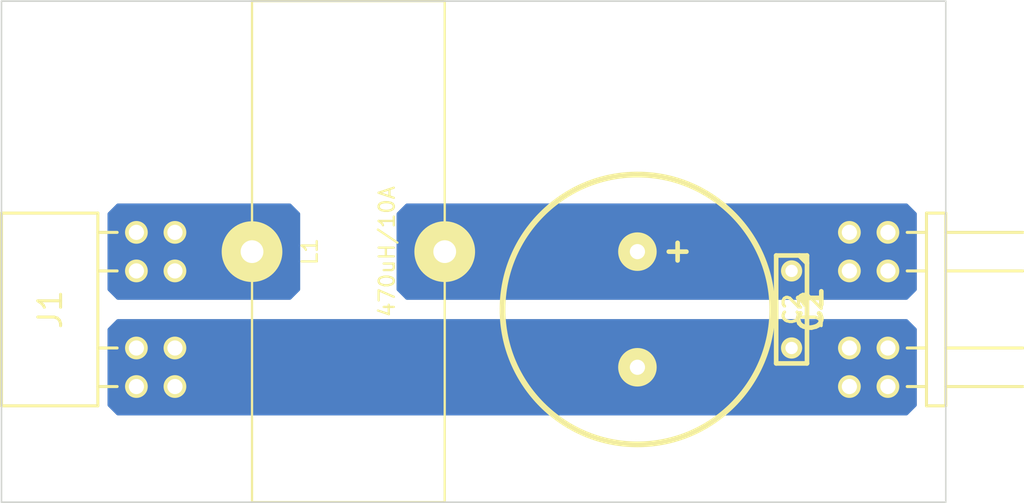
<source format=kicad_pcb>
(kicad_pcb (version 3) (host pcbnew "(2013-07-07 BZR 4022)-stable")

  (general
    (links 19)
    (no_connects 0)
    (area 64.415999 65.710999 134.454 99.389001)
    (thickness 1.6)
    (drawings 4)
    (tracks 24)
    (zones 0)
    (modules 5)
    (nets 4)
  )

  (page A4)
  (layers
    (15 F.Cu signal)
    (0 B.Cu signal)
    (16 B.Adhes user)
    (17 F.Adhes user)
    (18 B.Paste user)
    (19 F.Paste user)
    (20 B.SilkS user)
    (21 F.SilkS user)
    (22 B.Mask user)
    (23 F.Mask user)
    (24 Dwgs.User user)
    (25 Cmts.User user)
    (26 Eco1.User user)
    (27 Eco2.User user)
    (28 Edge.Cuts user)
  )

  (setup
    (last_trace_width 0.254)
    (user_trace_width 0.5)
    (user_trace_width 0.508)
    (user_trace_width 1)
    (user_trace_width 1.5)
    (user_trace_width 2)
    (user_trace_width 3)
    (user_trace_width 4)
    (user_trace_width 5)
    (trace_clearance 0.254)
    (zone_clearance 0.5)
    (zone_45_only no)
    (trace_min 0.254)
    (segment_width 0.2)
    (edge_width 0.1)
    (via_size 0.889)
    (via_drill 0.635)
    (via_min_size 0.889)
    (via_min_drill 0.508)
    (user_via 1.7 0.8)
    (uvia_size 0.508)
    (uvia_drill 0.127)
    (uvias_allowed no)
    (uvia_min_size 0.508)
    (uvia_min_drill 0.127)
    (pcb_text_width 0.3)
    (pcb_text_size 1.5 1.5)
    (mod_edge_width 0.15)
    (mod_text_size 1 1)
    (mod_text_width 0.15)
    (pad_size 2.2 2.2)
    (pad_drill 1.2)
    (pad_to_mask_clearance 0)
    (aux_axis_origin 0 0)
    (visible_elements 7FFFFFFF)
    (pcbplotparams
      (layerselection 3178497)
      (usegerberextensions true)
      (excludeedgelayer true)
      (linewidth 0.150000)
      (plotframeref false)
      (viasonmask false)
      (mode 1)
      (useauxorigin false)
      (hpglpennumber 1)
      (hpglpenspeed 20)
      (hpglpendiameter 15)
      (hpglpenoverlay 2)
      (psnegative false)
      (psa4output false)
      (plotreference true)
      (plotvalue true)
      (plotothertext true)
      (plotinvisibletext false)
      (padsonsilk false)
      (subtractmaskfromsilk false)
      (outputformat 1)
      (mirror false)
      (drillshape 1)
      (scaleselection 1)
      (outputdirectory ""))
  )

  (net 0 "")
  (net 1 GND)
  (net 2 N-000002)
  (net 3 N-000003)

  (net_class Default "This is the default net class."
    (clearance 0.254)
    (trace_width 0.254)
    (via_dia 0.889)
    (via_drill 0.635)
    (uvia_dia 0.508)
    (uvia_drill 0.127)
    (add_net "")
    (add_net GND)
    (add_net N-000002)
    (add_net N-000003)
  )

  (module MD-TEST-HDR-M (layer F.Cu) (tedit 54D8F1D0) (tstamp 54D8F214)
    (at 121.92 86.36 90)
    (path /54D8E929)
    (fp_text reference J2 (at 0 -3.81 90) (layer F.SilkS)
      (effects (font (size 1.5 1.5) (thickness 0.2)))
    )
    (fp_text value OUT (at 0 11.43 90) (layer F.SilkS) hide
      (effects (font (size 1.5 1.5) (thickness 0.2)))
    )
    (fp_line (start -6.35 5.08) (end 6.35 5.08) (layer F.SilkS) (width 0.2))
    (fp_line (start -6.35 3.81) (end 6.35 3.81) (layer F.SilkS) (width 0.2))
    (fp_line (start -6.35 5.08) (end -6.35 3.81) (layer F.SilkS) (width 0.2))
    (fp_line (start 6.35 5.08) (end 6.35 3.81) (layer F.SilkS) (width 0.2))
    (fp_line (start -5.08 10.16) (end -5.08 5.08) (layer F.SilkS) (width 0.2))
    (fp_line (start -2.54 10.16) (end -2.54 5.08) (layer F.SilkS) (width 0.2))
    (fp_line (start 2.54 10.16) (end 2.54 5.08) (layer F.SilkS) (width 0.2))
    (fp_line (start 5.08 10.16) (end 5.08 5.08) (layer F.SilkS) (width 0.2))
    (fp_line (start -5.08 3.81) (end -5.08 2.54) (layer F.SilkS) (width 0.2))
    (fp_line (start -2.54 3.81) (end -2.54 2.54) (layer F.SilkS) (width 0.2))
    (fp_line (start 2.54 3.81) (end 2.54 2.54) (layer F.SilkS) (width 0.2))
    (fp_line (start 5.08 3.81) (end 5.08 2.54) (layer F.SilkS) (width 0.2))
    (pad 1 thru_hole circle (at -5.08 1.27 90) (size 1.5 1.5) (drill 1)
      (layers *.Cu *.Mask F.SilkS)
      (net 1 GND)
    )
    (pad 2 thru_hole circle (at -5.08 -1.27 90) (size 1.5 1.5) (drill 1)
      (layers *.Cu *.Mask F.SilkS)
      (net 1 GND)
    )
    (pad 3 thru_hole circle (at -2.54 1.27 90) (size 1.5 1.5) (drill 1)
      (layers *.Cu *.Mask F.SilkS)
      (net 1 GND)
    )
    (pad 4 thru_hole circle (at -2.54 -1.27 90) (size 1.5 1.5) (drill 1)
      (layers *.Cu *.Mask F.SilkS)
      (net 1 GND)
    )
    (pad 7 thru_hole circle (at 2.54 1.27 90) (size 1.5 1.5) (drill 1)
      (layers *.Cu *.Mask F.SilkS)
      (net 3 N-000003)
    )
    (pad 9 thru_hole circle (at 5.08 1.27 90) (size 1.5 1.5) (drill 1)
      (layers *.Cu *.Mask F.SilkS)
      (net 3 N-000003)
    )
    (pad 10 thru_hole circle (at 5.08 -1.27 90) (size 1.5 1.5) (drill 1)
      (layers *.Cu *.Mask F.SilkS)
      (net 3 N-000003)
    )
    (pad 8 thru_hole circle (at 2.54 -1.27 90) (size 1.5 1.5) (drill 1)
      (layers *.Cu *.Mask F.SilkS)
      (net 3 N-000003)
    )
  )

  (module MD-TEST-HDR-F (layer F.Cu) (tedit 54D8E895) (tstamp 54D8F228)
    (at 74.93 86.36 90)
    (path /54D8E91A)
    (fp_text reference J1 (at 0 -6.95 90) (layer F.SilkS)
      (effects (font (size 1.5 1.5) (thickness 0.2)))
    )
    (fp_text value IN (at 0 3.81 90) (layer F.SilkS) hide
      (effects (font (size 1.5 1.5) (thickness 0.2)))
    )
    (fp_line (start 6.35 -10.16) (end -6.35 -10.16) (layer F.SilkS) (width 0.2))
    (fp_line (start -6.35 -3.81) (end 6.35 -3.81) (layer F.SilkS) (width 0.2))
    (fp_line (start 5.08 -3.81) (end 5.08 -2.54) (layer F.SilkS) (width 0.2))
    (fp_line (start 2.54 -3.81) (end 2.54 -2.54) (layer F.SilkS) (width 0.2))
    (fp_line (start -2.54 -3.81) (end -2.54 -2.54) (layer F.SilkS) (width 0.2))
    (fp_line (start -5.08 -3.81) (end -5.08 -2.54) (layer F.SilkS) (width 0.2))
    (fp_line (start 6.35 -10.16) (end 6.35 -3.81) (layer F.SilkS) (width 0.2))
    (fp_line (start -6.35 -3.81) (end -6.35 -10.16) (layer F.SilkS) (width 0.2))
    (pad 1 thru_hole circle (at -5.08 -1.27 90) (size 1.5 1.5) (drill 1)
      (layers *.Cu *.Mask F.SilkS)
      (net 1 GND)
    )
    (pad 2 thru_hole circle (at -5.08 1.27 90) (size 1.5 1.5) (drill 1)
      (layers *.Cu *.Mask F.SilkS)
      (net 1 GND)
    )
    (pad 3 thru_hole circle (at -2.54 -1.27 90) (size 1.5 1.5) (drill 1)
      (layers *.Cu *.Mask F.SilkS)
      (net 1 GND)
    )
    (pad 4 thru_hole circle (at -2.54 1.27 90) (size 1.5 1.5) (drill 1)
      (layers *.Cu *.Mask F.SilkS)
      (net 1 GND)
    )
    (pad 7 thru_hole circle (at 2.54 -1.27 90) (size 1.5 1.5) (drill 1)
      (layers *.Cu *.Mask F.SilkS)
      (net 2 N-000002)
    )
    (pad 8 thru_hole circle (at 2.54 1.27 90) (size 1.5 1.5) (drill 1)
      (layers *.Cu *.Mask F.SilkS)
      (net 2 N-000002)
    )
    (pad 9 thru_hole circle (at 5.08 -1.27 90) (size 1.5 1.5) (drill 1)
      (layers *.Cu *.Mask F.SilkS)
      (net 2 N-000002)
    )
    (pad 10 thru_hole circle (at 5.08 1.27 90) (size 1.5 1.5) (drill 1)
      (layers *.Cu *.Mask F.SilkS)
      (net 2 N-000002)
    )
  )

  (module L-TOROID-D35X5 (layer F.Cu) (tedit 54D8F03E) (tstamp 54D8F232)
    (at 87.63 82.55 90)
    (path /54967ABF)
    (fp_text reference L1 (at 0 -2.54 90) (layer F.SilkS)
      (effects (font (size 1 1) (thickness 0.15)))
    )
    (fp_text value 470uH/10A (at 0 2.54 90) (layer F.SilkS)
      (effects (font (size 1 1) (thickness 0.15)))
    )
    (fp_line (start -16.51 -6.35) (end 16.51 -6.35) (layer F.SilkS) (width 0.15))
    (fp_line (start 16.51 -6.35) (end 16.51 6.35) (layer F.SilkS) (width 0.15))
    (fp_line (start 16.51 6.35) (end -16.51 6.35) (layer F.SilkS) (width 0.15))
    (fp_line (start -16.51 6.35) (end -16.51 -6.35) (layer F.SilkS) (width 0.15))
    (pad 1 thru_hole circle (at 0 -6.35 90) (size 4 4) (drill 1.5)
      (layers *.Cu *.Mask F.SilkS)
      (net 2 N-000002)
    )
    (pad 2 thru_hole circle (at 0 6.35 90) (size 4 4) (drill 1.5)
      (layers *.Cu *.Mask F.SilkS)
      (net 3 N-000003)
    )
  )

  (module C3P_D7 (layer F.Cu) (tedit 4AD8E8B8) (tstamp 54D8F23A)
    (at 106.68 86.36 270)
    (path /54C3562D)
    (fp_text reference C1 (at 0 -11.43 270) (layer F.SilkS)
      (effects (font (size 1.524 1.524) (thickness 0.3048)))
    )
    (fp_text value 1000uF/63V (at 0 10.16 270) (layer F.SilkS) hide
      (effects (font (size 1.524 1.524) (thickness 0.3048)))
    )
    (fp_text user + (at -3.81 -2.54 270) (layer F.SilkS)
      (effects (font (size 1.524 1.524) (thickness 0.3048)))
    )
    (fp_circle (center 0 0) (end 8.89 0) (layer F.SilkS) (width 0.381))
    (pad 1 thru_hole circle (at -3.81 0 270) (size 2.54 2.54) (drill 1.00076)
      (layers *.Cu *.Mask F.SilkS)
      (net 3 N-000003)
    )
    (pad 2 thru_hole circle (at 3.81 0 270) (size 2.54 2.54) (drill 1.00076)
      (layers *.Cu *.Mask F.SilkS)
      (net 1 GND)
    )
  )

  (module C2 (layer F.Cu) (tedit 200000) (tstamp 54D8F245)
    (at 116.84 86.36 270)
    (descr "Condensateur = 2 pas")
    (tags C)
    (path /54CB0314)
    (fp_text reference C2 (at 0 0 270) (layer F.SilkS)
      (effects (font (size 1.016 1.016) (thickness 0.2032)))
    )
    (fp_text value 10nF/100V (at 0 0 270) (layer F.SilkS) hide
      (effects (font (size 1.016 1.016) (thickness 0.2032)))
    )
    (fp_line (start -3.556 -1.016) (end 3.556 -1.016) (layer F.SilkS) (width 0.3048))
    (fp_line (start 3.556 -1.016) (end 3.556 1.016) (layer F.SilkS) (width 0.3048))
    (fp_line (start 3.556 1.016) (end -3.556 1.016) (layer F.SilkS) (width 0.3048))
    (fp_line (start -3.556 1.016) (end -3.556 -1.016) (layer F.SilkS) (width 0.3048))
    (fp_line (start -3.556 -0.508) (end -3.048 -1.016) (layer F.SilkS) (width 0.3048))
    (pad 1 thru_hole circle (at -2.54 0 270) (size 1.397 1.397) (drill 0.8128)
      (layers *.Cu *.Mask F.SilkS)
      (net 3 N-000003)
    )
    (pad 2 thru_hole circle (at 2.54 0 270) (size 1.397 1.397) (drill 0.8128)
      (layers *.Cu *.Mask F.SilkS)
      (net 1 GND)
    )
    (model discret/capa_2pas_5x5mm.wrl
      (at (xyz 0 0 0))
      (scale (xyz 1 1 1))
      (rotate (xyz 0 0 0))
    )
  )

  (gr_line (start 64.77 99.06) (end 64.77 66.04) (angle 90) (layer Edge.Cuts) (width 0.1))
  (gr_line (start 127 99.06) (end 64.77 99.06) (angle 90) (layer Edge.Cuts) (width 0.1))
  (gr_line (start 127 66.04) (end 127 99.06) (angle 90) (layer Edge.Cuts) (width 0.1))
  (gr_line (start 64.77 66.04) (end 127 66.04) (angle 90) (layer Edge.Cuts) (width 0.1))

  (segment (start 120.65 88.9) (end 123.19 91.44) (width 0.254) (layer B.Cu) (net 1))
  (segment (start 116.84 88.9) (end 120.65 88.9) (width 0.254) (layer B.Cu) (net 1))
  (segment (start 120.65 88.9) (end 120.65 91.44) (width 0.254) (layer B.Cu) (net 1) (tstamp 54D9420D))
  (segment (start 120.65 91.44) (end 120.65 88.9) (width 0.254) (layer B.Cu) (net 1) (tstamp 54D9420E))
  (segment (start 120.65 88.9) (end 123.19 88.9) (width 0.254) (layer B.Cu) (net 1) (tstamp 54D9420F))
  (segment (start 106.68 90.17) (end 115.57 90.17) (width 0.254) (layer B.Cu) (net 1))
  (segment (start 115.57 90.17) (end 116.84 88.9) (width 0.254) (layer B.Cu) (net 1) (tstamp 54D94208))
  (segment (start 76.2 88.9) (end 105.41 88.9) (width 0.254) (layer B.Cu) (net 1))
  (segment (start 105.41 88.9) (end 106.68 90.17) (width 0.254) (layer B.Cu) (net 1) (tstamp 54D94203))
  (segment (start 73.66 88.9) (end 76.2 91.44) (width 0.254) (layer B.Cu) (net 1))
  (segment (start 73.66 88.9) (end 73.66 91.44) (width 0.254) (layer B.Cu) (net 1))
  (segment (start 73.66 88.9) (end 76.2 88.9) (width 0.254) (layer B.Cu) (net 1))
  (segment (start 76.2 83.82) (end 80.01 83.82) (width 0.254) (layer B.Cu) (net 2))
  (segment (start 80.01 83.82) (end 81.28 82.55) (width 0.254) (layer B.Cu) (net 2) (tstamp 54D941F7))
  (segment (start 73.66 81.28) (end 73.66 83.82) (width 0.254) (layer B.Cu) (net 2))
  (segment (start 76.2 81.28) (end 73.66 81.28) (width 0.254) (layer B.Cu) (net 2))
  (segment (start 73.66 81.28) (end 76.2 83.82) (width 0.254) (layer B.Cu) (net 2))
  (segment (start 106.68 82.55) (end 115.57 82.55) (width 0.254) (layer B.Cu) (net 3))
  (segment (start 115.57 82.55) (end 116.84 83.82) (width 0.254) (layer B.Cu) (net 3) (tstamp 54D94235))
  (segment (start 93.98 82.55) (end 106.68 82.55) (width 0.254) (layer B.Cu) (net 3))
  (segment (start 120.65 83.82) (end 123.19 81.28) (width 0.254) (layer B.Cu) (net 3))
  (segment (start 120.65 83.82) (end 123.19 83.82) (width 0.254) (layer B.Cu) (net 3))
  (segment (start 120.65 83.82) (end 120.65 81.28) (width 0.254) (layer B.Cu) (net 3))
  (segment (start 116.84 83.82) (end 120.65 83.82) (width 0.254) (layer B.Cu) (net 3))

  (zone (net 2) (net_name N-000002) (layer B.Cu) (tstamp 54D98370) (hatch edge 0.508)
    (connect_pads yes (clearance 0.5))
    (min_thickness 0.254)
    (fill (arc_segments 16) (thermal_gap 0.508) (thermal_bridge_width 0.508))
    (polygon
      (pts
        (xy 84.455 85.09) (xy 83.82 85.725) (xy 72.39 85.725) (xy 71.755 85.09) (xy 71.755 80.01)
        (xy 72.39 79.375) (xy 83.82 79.375) (xy 84.455 80.01)
      )
    )
    (filled_polygon
      (pts
        (xy 84.328 85.037395) (xy 83.767395 85.598) (xy 72.442605 85.598) (xy 71.882 85.037395) (xy 71.882 80.062605)
        (xy 72.442605 79.502) (xy 83.767395 79.502) (xy 84.328 80.062605) (xy 84.328 85.037395)
      )
    )
  )
  (zone (net 3) (net_name N-000003) (layer B.Cu) (tstamp 54D9839C) (hatch edge 0.508)
    (connect_pads yes (clearance 0.5))
    (min_thickness 0.254)
    (fill (arc_segments 16) (thermal_gap 0.508) (thermal_bridge_width 0.508))
    (polygon
      (pts
        (xy 125.095 85.09) (xy 124.46 85.725) (xy 91.44 85.725) (xy 90.805 85.09) (xy 90.805 80.01)
        (xy 91.44 79.375) (xy 124.46 79.375) (xy 125.095 80.01)
      )
    )
    (filled_polygon
      (pts
        (xy 124.968 85.037395) (xy 124.407395 85.598) (xy 91.492605 85.598) (xy 90.932 85.037395) (xy 90.932 80.062605)
        (xy 91.492605 79.502) (xy 124.407395 79.502) (xy 124.968 80.062605) (xy 124.968 85.037395)
      )
    )
  )
  (zone (net 1) (net_name GND) (layer B.Cu) (tstamp 54D983DF) (hatch edge 0.508)
    (connect_pads yes (clearance 0.5))
    (min_thickness 0.254)
    (fill (arc_segments 16) (thermal_gap 0.508) (thermal_bridge_width 0.508))
    (polygon
      (pts
        (xy 125.095 92.71) (xy 124.46 93.345) (xy 72.39 93.345) (xy 71.755 92.71) (xy 71.755 87.63)
        (xy 72.39 86.995) (xy 124.46 86.995) (xy 125.095 87.63)
      )
    )
    (filled_polygon
      (pts
        (xy 124.968 92.657395) (xy 124.407395 93.218) (xy 72.442605 93.218) (xy 71.882 92.657395) (xy 71.882 87.682605)
        (xy 72.442605 87.122) (xy 124.407395 87.122) (xy 124.968 87.682605) (xy 124.968 92.657395)
      )
    )
  )
)

</source>
